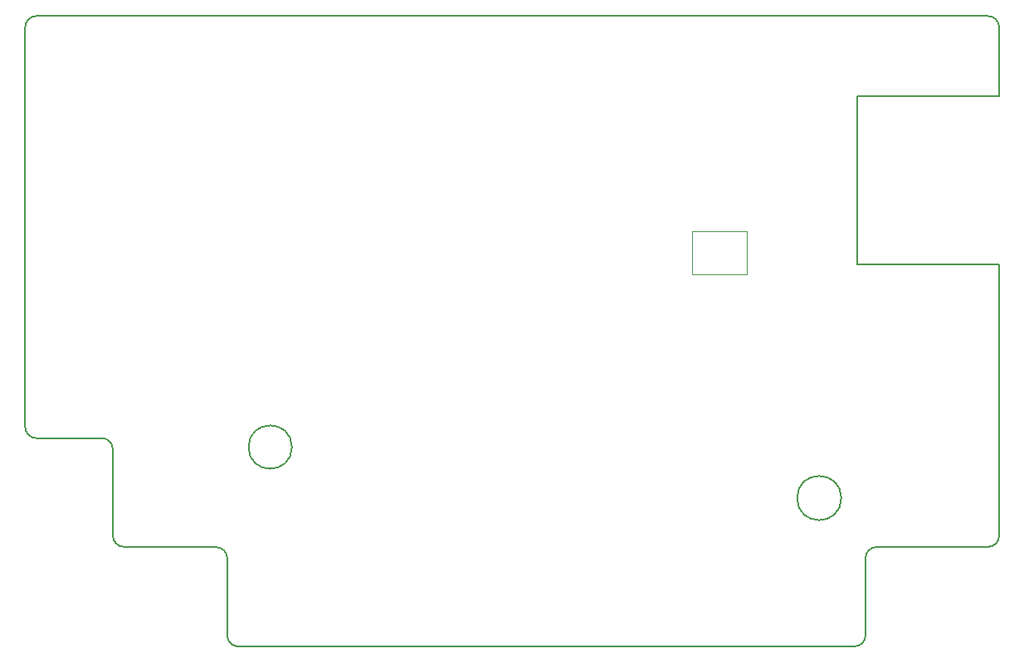
<source format=gbr>
G04 #@! TF.GenerationSoftware,KiCad,Pcbnew,5.1.5+dfsg1-2*
G04 #@! TF.CreationDate,2020-04-06T18:03:34-07:00*
G04 #@! TF.ProjectId,rpmpv1,72706d70-7631-42e6-9b69-6361645f7063,rev?*
G04 #@! TF.SameCoordinates,Original*
G04 #@! TF.FileFunction,Profile,NP*
%FSLAX46Y46*%
G04 Gerber Fmt 4.6, Leading zero omitted, Abs format (unit mm)*
G04 Created by KiCad (PCBNEW 5.1.5+dfsg1-2) date 2020-04-06 18:03:34*
%MOMM*%
%LPD*%
G04 APERTURE LIST*
%ADD10C,0.100000*%
%ADD11C,0.150000*%
G04 APERTURE END LIST*
D10*
X177927000Y-71628000D02*
X177927000Y-76073000D01*
X177927000Y-71628000D02*
X172339000Y-71628000D01*
D11*
X189230000Y-74993500D02*
X203708000Y-74993500D01*
X189230000Y-57848500D02*
X189230000Y-74993500D01*
X203708000Y-57848500D02*
X189230000Y-57848500D01*
D10*
X172339000Y-71628000D02*
X172339000Y-76073000D01*
X177927000Y-76073000D02*
X172339000Y-76073000D01*
D11*
X203708000Y-57848500D02*
X203708000Y-50800000D01*
X202565000Y-49657000D02*
G75*
G02X203708000Y-50800000I0J-1143000D01*
G01*
X203708000Y-102743000D02*
X203708000Y-74993500D01*
X104330500Y-91630500D02*
X104330500Y-50800000D01*
X113284000Y-93916500D02*
G75*
G03X112141000Y-92773500I-1143000J0D01*
G01*
X104330500Y-91630500D02*
G75*
G03X105473500Y-92773500I1143000J0D01*
G01*
X112141000Y-92773500D02*
X105473500Y-92773500D01*
X124942600Y-112915700D02*
X124942600Y-105041700D01*
X114427000Y-103886000D02*
X123799600Y-103898700D01*
X113284000Y-102743000D02*
G75*
G03X114427000Y-103886000I1143000J0D01*
G01*
X124942600Y-105041700D02*
G75*
G03X123799600Y-103898700I-1143000J0D01*
G01*
X191223900Y-103886000D02*
X202565000Y-103886000D01*
X203708000Y-102743000D02*
G75*
G02X202565000Y-103886000I-1143000J0D01*
G01*
X190080900Y-112915700D02*
X190080900Y-105029000D01*
X190080900Y-105029000D02*
G75*
G02X191223900Y-103886000I1143000J0D01*
G01*
X131549518Y-93687900D02*
G75*
G03X131549518Y-93687900I-2212718J0D01*
G01*
X187601866Y-98894900D02*
G75*
G03X187601866Y-98894900I-2258066J0D01*
G01*
X105473500Y-49657000D02*
G75*
G03X104330500Y-50800000I0J-1143000D01*
G01*
X190080900Y-112915700D02*
G75*
G02X188937900Y-114058700I-1143000J0D01*
G01*
X124942600Y-112915700D02*
G75*
G03X126085600Y-114058700I1143000J0D01*
G01*
X126085600Y-114058700D02*
X188937900Y-114058700D01*
X113284000Y-93916500D02*
X113284000Y-102743000D01*
X202570000Y-49657000D02*
X105473500Y-49657000D01*
M02*

</source>
